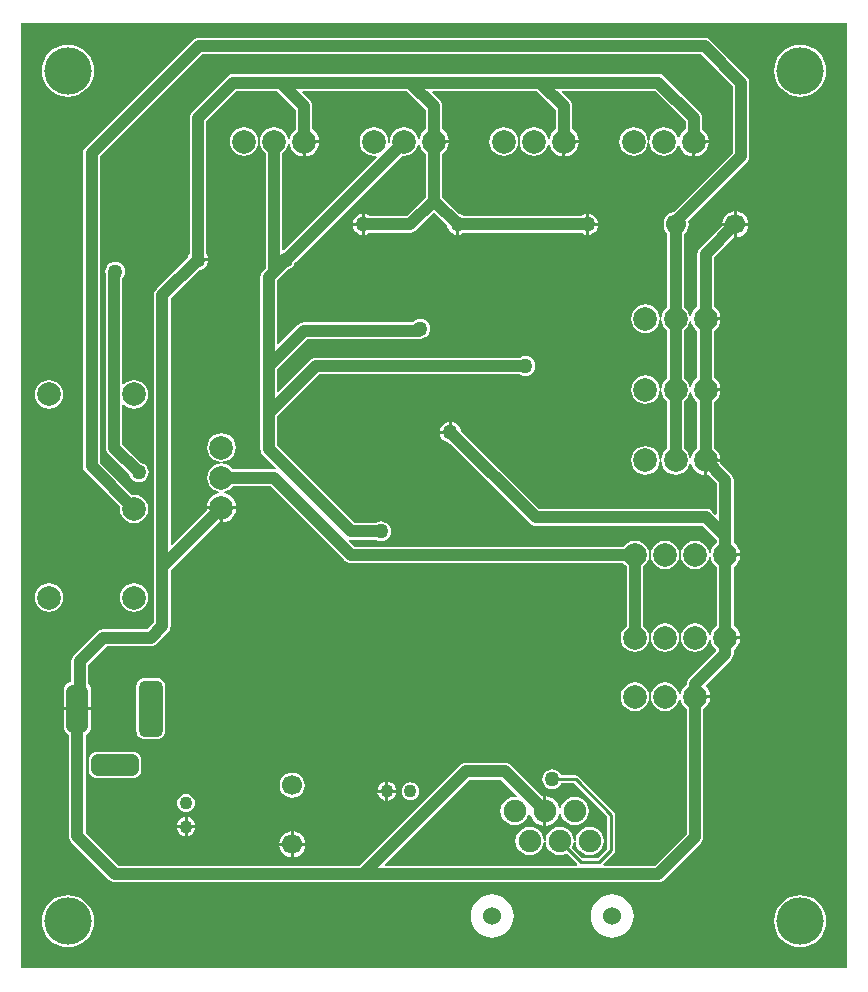
<source format=gbl>
%FSLAX44Y44*%
%MOMM*%
G71*
G01*
G75*
G04 Layer_Physical_Order=2*
G04 Layer_Color=16711680*
%ADD10R,0.6000X1.0000*%
%ADD11R,1.4500X1.8000*%
%ADD12R,2.1590X2.7430*%
%ADD13R,1.5200X1.6800*%
%ADD14R,1.4000X1.0000*%
%ADD15R,0.6000X2.0000*%
%ADD16O,0.6000X2.0000*%
%ADD17R,1.0000X0.6000*%
%ADD18R,1.5000X2.0000*%
%ADD19C,0.2580*%
%ADD20C,1.0000*%
%ADD21C,0.3000*%
%ADD22R,3.8000X2.0000*%
%ADD23C,1.9000*%
%ADD24C,1.5240*%
%ADD25C,2.0000*%
G04:AMPARAMS|DCode=26|XSize=4.8mm|YSize=2mm|CornerRadius=0.5mm|HoleSize=0mm|Usage=FLASHONLY|Rotation=270.000|XOffset=0mm|YOffset=0mm|HoleType=Round|Shape=RoundedRectangle|*
%AMROUNDEDRECTD26*
21,1,4.8000,1.0000,0,0,270.0*
21,1,3.8000,2.0000,0,0,270.0*
1,1,1.0000,-0.5000,-1.9000*
1,1,1.0000,-0.5000,1.9000*
1,1,1.0000,0.5000,1.9000*
1,1,1.0000,0.5000,-1.9000*
%
%ADD26ROUNDEDRECTD26*%
G04:AMPARAMS|DCode=27|XSize=4mm|YSize=1.8mm|CornerRadius=0.45mm|HoleSize=0mm|Usage=FLASHONLY|Rotation=270.000|XOffset=0mm|YOffset=0mm|HoleType=Round|Shape=RoundedRectangle|*
%AMROUNDEDRECTD27*
21,1,4.0000,0.9000,0,0,270.0*
21,1,3.1000,1.8000,0,0,270.0*
1,1,0.9000,-0.4500,-1.5500*
1,1,0.9000,-0.4500,1.5500*
1,1,0.9000,0.4500,1.5500*
1,1,0.9000,0.4500,-1.5500*
%
%ADD27ROUNDEDRECTD27*%
G04:AMPARAMS|DCode=28|XSize=4mm|YSize=1.8mm|CornerRadius=0.45mm|HoleSize=0mm|Usage=FLASHONLY|Rotation=0.000|XOffset=0mm|YOffset=0mm|HoleType=Round|Shape=RoundedRectangle|*
%AMROUNDEDRECTD28*
21,1,4.0000,0.9000,0,0,0.0*
21,1,3.1000,1.8000,0,0,0.0*
1,1,0.9000,1.5500,-0.4500*
1,1,0.9000,-1.5500,-0.4500*
1,1,0.9000,-1.5500,0.4500*
1,1,0.9000,1.5500,0.4500*
%
%ADD28ROUNDEDRECTD28*%
%ADD29C,4.0000*%
%ADD30C,1.7000*%
%ADD31C,1.1000*%
%ADD32C,1.2700*%
G36*
X710000Y10000D02*
X10000D01*
Y810000D01*
X710000D01*
Y10000D01*
D02*
G37*
%LPC*%
G36*
X240000Y175591D02*
X237259Y175230D01*
X234705Y174172D01*
X232511Y172489D01*
X230828Y170295D01*
X229770Y167741D01*
X229409Y165000D01*
X229770Y162259D01*
X230828Y159705D01*
X232511Y157511D01*
X234705Y155828D01*
X237259Y154770D01*
X240000Y154409D01*
X242741Y154770D01*
X245295Y155828D01*
X247489Y157511D01*
X249172Y159705D01*
X250230Y162259D01*
X250591Y165000D01*
X250230Y167741D01*
X249172Y170295D01*
X247489Y172489D01*
X245295Y174172D01*
X242741Y175230D01*
X240000Y175591D01*
D02*
G37*
G36*
X318730Y167942D02*
X317901Y167833D01*
X315945Y167023D01*
X314266Y165734D01*
X312977Y164055D01*
X312167Y162099D01*
X312058Y161270D01*
X318730D01*
Y167942D01*
D02*
G37*
G36*
X321270D02*
Y161270D01*
X327942D01*
X327833Y162099D01*
X327023Y164055D01*
X325734Y165734D01*
X324055Y167023D01*
X322099Y167833D01*
X321270Y167942D01*
D02*
G37*
G36*
X318730Y158730D02*
X312058D01*
X312167Y157901D01*
X312977Y155945D01*
X314266Y154266D01*
X315945Y152977D01*
X317901Y152167D01*
X318730Y152058D01*
Y158730D01*
D02*
G37*
G36*
X327942D02*
X321270D01*
Y152058D01*
X322099Y152167D01*
X324055Y152977D01*
X325734Y154266D01*
X327023Y155945D01*
X327833Y157901D01*
X327942Y158730D01*
D02*
G37*
G36*
X340000Y167565D02*
X338042Y167307D01*
X336218Y166551D01*
X334651Y165349D01*
X333449Y163782D01*
X332693Y161958D01*
X332435Y160000D01*
X332693Y158042D01*
X333449Y156218D01*
X334651Y154651D01*
X336218Y153449D01*
X338042Y152693D01*
X340000Y152435D01*
X341958Y152693D01*
X343782Y153449D01*
X345349Y154651D01*
X346551Y156218D01*
X347307Y158042D01*
X347565Y160000D01*
X347307Y161958D01*
X346551Y163782D01*
X345349Y165349D01*
X343782Y166551D01*
X341958Y167307D01*
X340000Y167565D01*
D02*
G37*
G36*
X105500Y193056D02*
X74500D01*
X72803Y192833D01*
X71222Y192178D01*
X69864Y191136D01*
X68822Y189778D01*
X68167Y188197D01*
X67944Y186500D01*
Y177500D01*
X68167Y175803D01*
X68822Y174222D01*
X69864Y172864D01*
X71222Y171822D01*
X72803Y171167D01*
X74500Y170944D01*
X105500D01*
X107197Y171167D01*
X108778Y171822D01*
X110136Y172864D01*
X111178Y174222D01*
X111833Y175803D01*
X112056Y177500D01*
Y186500D01*
X111833Y188197D01*
X111178Y189778D01*
X110136Y191136D01*
X108778Y192178D01*
X107197Y192833D01*
X105500Y193056D01*
D02*
G37*
G36*
X34000Y336104D02*
X30867Y335691D01*
X27948Y334482D01*
X25442Y332559D01*
X23518Y330052D01*
X22309Y327133D01*
X21897Y324000D01*
X22309Y320867D01*
X23518Y317948D01*
X25442Y315441D01*
X27948Y313518D01*
X30867Y312309D01*
X34000Y311896D01*
X37133Y312309D01*
X40052Y313518D01*
X42558Y315441D01*
X44482Y317948D01*
X45691Y320867D01*
X46104Y324000D01*
X45691Y327133D01*
X44482Y330052D01*
X42558Y332559D01*
X40052Y334482D01*
X37133Y335691D01*
X34000Y336104D01*
D02*
G37*
G36*
X106000D02*
X102867Y335691D01*
X99948Y334482D01*
X97442Y332559D01*
X95518Y330052D01*
X94309Y327133D01*
X93897Y324000D01*
X94309Y320867D01*
X95518Y317948D01*
X97442Y315441D01*
X99948Y313518D01*
X102867Y312309D01*
X106000Y311896D01*
X109133Y312309D01*
X112052Y313518D01*
X114558Y315441D01*
X116482Y317948D01*
X117691Y320867D01*
X118104Y324000D01*
X117691Y327133D01*
X116482Y330052D01*
X114558Y332559D01*
X112052Y334482D01*
X109133Y335691D01*
X106000Y336104D01*
D02*
G37*
G36*
X555500Y372104D02*
X552367Y371691D01*
X549448Y370482D01*
X546941Y368559D01*
X545018Y366052D01*
X543809Y363133D01*
X543396Y360000D01*
X543809Y356867D01*
X545018Y353948D01*
X546941Y351441D01*
X549448Y349518D01*
X552367Y348309D01*
X555500Y347896D01*
X558633Y348309D01*
X561552Y349518D01*
X564058Y351441D01*
X565982Y353948D01*
X567191Y356867D01*
X567604Y360000D01*
X567191Y363133D01*
X565982Y366052D01*
X564058Y368559D01*
X561552Y370482D01*
X558633Y371691D01*
X555500Y372104D01*
D02*
G37*
G36*
X125000Y256060D02*
X115000D01*
X113173Y255820D01*
X111470Y255114D01*
X110007Y253993D01*
X108885Y252530D01*
X108180Y250827D01*
X107940Y249000D01*
Y211000D01*
X108180Y209173D01*
X108885Y207470D01*
X110007Y206007D01*
X111470Y204886D01*
X113173Y204180D01*
X115000Y203940D01*
X125000D01*
X126827Y204180D01*
X128530Y204886D01*
X129993Y206007D01*
X131115Y207470D01*
X131820Y209173D01*
X132060Y211000D01*
Y249000D01*
X131820Y250827D01*
X131115Y252530D01*
X129993Y253993D01*
X128530Y255114D01*
X126827Y255820D01*
X125000Y256060D01*
D02*
G37*
G36*
X530000Y252104D02*
X526867Y251691D01*
X523948Y250482D01*
X521441Y248559D01*
X519518Y246052D01*
X518309Y243133D01*
X517896Y240000D01*
X518309Y236867D01*
X519518Y233948D01*
X521441Y231441D01*
X523948Y229518D01*
X526867Y228309D01*
X530000Y227896D01*
X533133Y228309D01*
X536052Y229518D01*
X538559Y231441D01*
X540482Y233948D01*
X541691Y236867D01*
X542104Y240000D01*
X541691Y243133D01*
X540482Y246052D01*
X538559Y248559D01*
X536052Y250482D01*
X533133Y251691D01*
X530000Y252104D01*
D02*
G37*
G36*
X555500Y302104D02*
X552367Y301691D01*
X549448Y300482D01*
X546941Y298559D01*
X545018Y296052D01*
X543809Y293133D01*
X543396Y290000D01*
X543809Y286867D01*
X545018Y283948D01*
X546941Y281441D01*
X549448Y279518D01*
X552367Y278309D01*
X555500Y277896D01*
X558633Y278309D01*
X561552Y279518D01*
X564058Y281441D01*
X565982Y283948D01*
X567191Y286867D01*
X567604Y290000D01*
X567191Y293133D01*
X565982Y296052D01*
X564058Y298559D01*
X561552Y300482D01*
X558633Y301691D01*
X555500Y302104D01*
D02*
G37*
G36*
X150000Y157565D02*
X148042Y157307D01*
X146218Y156551D01*
X144651Y155349D01*
X143449Y153782D01*
X142693Y151958D01*
X142435Y150000D01*
X142693Y148042D01*
X143449Y146218D01*
X144651Y144651D01*
X146218Y143449D01*
X148042Y142693D01*
X150000Y142435D01*
X151958Y142693D01*
X153782Y143449D01*
X155349Y144651D01*
X156551Y146218D01*
X157307Y148042D01*
X157565Y150000D01*
X157307Y151958D01*
X156551Y153782D01*
X155349Y155349D01*
X153782Y156551D01*
X151958Y157307D01*
X150000Y157565D01*
D02*
G37*
G36*
X510800Y72688D02*
X507222Y72336D01*
X503782Y71292D01*
X500612Y69598D01*
X497833Y67317D01*
X495552Y64538D01*
X493858Y61368D01*
X492814Y57928D01*
X492462Y54350D01*
X492814Y50772D01*
X493858Y47332D01*
X495552Y44162D01*
X497833Y41383D01*
X500612Y39102D01*
X503782Y37408D01*
X507222Y36364D01*
X510800Y36012D01*
X514378Y36364D01*
X517818Y37408D01*
X520988Y39102D01*
X523767Y41383D01*
X526048Y44162D01*
X527742Y47332D01*
X528786Y50772D01*
X529138Y54350D01*
X528786Y57928D01*
X527742Y61368D01*
X526048Y64538D01*
X523767Y67317D01*
X520988Y69598D01*
X517818Y71292D01*
X514378Y72336D01*
X510800Y72688D01*
D02*
G37*
G36*
X238730Y113730D02*
X229032D01*
X229244Y112118D01*
X230357Y109432D01*
X232126Y107126D01*
X234432Y105357D01*
X237118Y104244D01*
X238730Y104032D01*
Y113730D01*
D02*
G37*
G36*
X250968D02*
X241270D01*
Y104032D01*
X242882Y104244D01*
X245568Y105357D01*
X247874Y107126D01*
X249643Y109432D01*
X250756Y112118D01*
X250968Y113730D01*
D02*
G37*
G36*
X50000Y72106D02*
X45687Y71682D01*
X41540Y70424D01*
X37718Y68381D01*
X34368Y65632D01*
X31619Y62282D01*
X29576Y58460D01*
X28318Y54313D01*
X27894Y50000D01*
X28318Y45687D01*
X29576Y41540D01*
X31619Y37718D01*
X34368Y34368D01*
X37718Y31619D01*
X41540Y29576D01*
X45687Y28318D01*
X50000Y27894D01*
X54313Y28318D01*
X58460Y29576D01*
X62282Y31619D01*
X65632Y34368D01*
X68381Y37718D01*
X70424Y41540D01*
X71682Y45687D01*
X72106Y50000D01*
X71682Y54313D01*
X70424Y58460D01*
X68381Y62282D01*
X65632Y65632D01*
X62282Y68381D01*
X58460Y70424D01*
X54313Y71682D01*
X50000Y72106D01*
D02*
G37*
G36*
X670000D02*
X665687Y71682D01*
X661540Y70424D01*
X657718Y68381D01*
X654368Y65632D01*
X651619Y62282D01*
X649576Y58460D01*
X648318Y54313D01*
X647894Y50000D01*
X648318Y45687D01*
X649576Y41540D01*
X651619Y37718D01*
X654368Y34368D01*
X657718Y31619D01*
X661540Y29576D01*
X665687Y28318D01*
X670000Y27894D01*
X674313Y28318D01*
X678460Y29576D01*
X682282Y31619D01*
X685632Y34368D01*
X688381Y37718D01*
X690424Y41540D01*
X691682Y45687D01*
X692106Y50000D01*
X691682Y54313D01*
X690424Y58460D01*
X688381Y62282D01*
X685632Y65632D01*
X682282Y68381D01*
X678460Y70424D01*
X674313Y71682D01*
X670000Y72106D01*
D02*
G37*
G36*
X409200Y72688D02*
X405622Y72336D01*
X402182Y71292D01*
X399012Y69598D01*
X396233Y67317D01*
X393952Y64538D01*
X392258Y61368D01*
X391214Y57928D01*
X390862Y54350D01*
X391214Y50772D01*
X392258Y47332D01*
X393952Y44162D01*
X396233Y41383D01*
X399012Y39102D01*
X402182Y37408D01*
X405622Y36364D01*
X409200Y36012D01*
X412778Y36364D01*
X416218Y37408D01*
X419388Y39102D01*
X422167Y41383D01*
X424448Y44162D01*
X426142Y47332D01*
X427186Y50772D01*
X427538Y54350D01*
X427186Y57928D01*
X426142Y61368D01*
X424448Y64538D01*
X422167Y67317D01*
X419388Y69598D01*
X416218Y71292D01*
X412778Y72336D01*
X409200Y72688D01*
D02*
G37*
G36*
X238730Y125968D02*
X237118Y125756D01*
X234432Y124643D01*
X232126Y122874D01*
X230357Y120568D01*
X229244Y117882D01*
X229032Y116270D01*
X238730D01*
Y125968D01*
D02*
G37*
G36*
X454920Y155731D02*
Y143250D01*
Y130769D01*
X456924Y131033D01*
X459974Y132296D01*
X462594Y134306D01*
X464604Y136926D01*
X465867Y139976D01*
X465982Y140847D01*
X467263D01*
X467359Y140117D01*
X468568Y137198D01*
X470491Y134691D01*
X472998Y132768D01*
X475917Y131559D01*
X479050Y131146D01*
X482183Y131559D01*
X485102Y132768D01*
X487608Y134691D01*
X489532Y137198D01*
X490741Y140117D01*
X491154Y143250D01*
X490741Y146383D01*
X489532Y149302D01*
X487608Y151809D01*
X485102Y153732D01*
X482183Y154941D01*
X479050Y155354D01*
X475917Y154941D01*
X472998Y153732D01*
X470491Y151809D01*
X468568Y149302D01*
X467359Y146383D01*
X467263Y145653D01*
X465982D01*
X465867Y146524D01*
X464604Y149574D01*
X462594Y152194D01*
X459974Y154204D01*
X456924Y155467D01*
X454920Y155731D01*
D02*
G37*
G36*
X148730Y137942D02*
X147901Y137833D01*
X145945Y137023D01*
X144266Y135734D01*
X142977Y134055D01*
X142167Y132099D01*
X142058Y131270D01*
X148730D01*
Y137942D01*
D02*
G37*
G36*
X151270D02*
Y131270D01*
X157942D01*
X157833Y132099D01*
X157023Y134055D01*
X155734Y135734D01*
X154055Y137023D01*
X152099Y137833D01*
X151270Y137942D01*
D02*
G37*
G36*
X241270Y125968D02*
Y116270D01*
X250968D01*
X250756Y117882D01*
X249643Y120568D01*
X247874Y122874D01*
X245568Y124643D01*
X242882Y125756D01*
X241270Y125968D01*
D02*
G37*
G36*
X148730Y128730D02*
X142058D01*
X142167Y127901D01*
X142977Y125945D01*
X144266Y124266D01*
X145945Y122977D01*
X147901Y122167D01*
X148730Y122058D01*
Y128730D01*
D02*
G37*
G36*
X157942D02*
X151270D01*
Y122058D01*
X152099Y122167D01*
X154055Y122977D01*
X155734Y124266D01*
X157023Y125945D01*
X157833Y127901D01*
X157942Y128730D01*
D02*
G37*
G36*
X375170Y472700D02*
Y463900D01*
X373900D01*
Y462630D01*
X365101D01*
X365239Y461579D01*
X366135Y459417D01*
X367560Y457560D01*
X369417Y456135D01*
X371579Y455239D01*
X372727Y455088D01*
X441058Y386758D01*
X442520Y385636D01*
X444223Y384930D01*
X446050Y384690D01*
X587701D01*
X599440Y372951D01*
Y370389D01*
X597556Y368944D01*
X595546Y366324D01*
X594283Y363274D01*
X594118Y362023D01*
X592837D01*
X592691Y363133D01*
X591482Y366052D01*
X589558Y368559D01*
X587052Y370482D01*
X584133Y371691D01*
X581000Y372104D01*
X577867Y371691D01*
X574948Y370482D01*
X572441Y368559D01*
X570518Y366052D01*
X569309Y363133D01*
X568896Y360000D01*
X569309Y356867D01*
X570518Y353948D01*
X572441Y351441D01*
X574948Y349518D01*
X577867Y348309D01*
X581000Y347896D01*
X584133Y348309D01*
X587052Y349518D01*
X589558Y351441D01*
X591482Y353948D01*
X592691Y356867D01*
X592837Y357977D01*
X594118D01*
X594283Y356726D01*
X595546Y353676D01*
X597556Y351056D01*
X599440Y349611D01*
Y300389D01*
X597556Y298944D01*
X595546Y296324D01*
X594283Y293274D01*
X594118Y292023D01*
X592837D01*
X592691Y293133D01*
X591482Y296052D01*
X589558Y298559D01*
X587052Y300482D01*
X584133Y301691D01*
X581000Y302104D01*
X577867Y301691D01*
X574948Y300482D01*
X572441Y298559D01*
X570518Y296052D01*
X569309Y293133D01*
X568896Y290000D01*
X569309Y286867D01*
X570518Y283948D01*
X572441Y281441D01*
X574948Y279518D01*
X577867Y278309D01*
X581000Y277896D01*
X584133Y278309D01*
X587052Y279518D01*
X589558Y281441D01*
X591482Y283948D01*
X592691Y286867D01*
X592837Y287977D01*
X594118D01*
X594283Y286726D01*
X595546Y283676D01*
X597556Y281056D01*
X598529Y280310D01*
X598639Y278624D01*
X576008Y255993D01*
X574885Y254530D01*
X574180Y252827D01*
X573940Y251000D01*
Y250389D01*
X572056Y248944D01*
X570046Y246324D01*
X568783Y243274D01*
X568618Y242023D01*
X567337D01*
X567191Y243133D01*
X565982Y246052D01*
X564058Y248559D01*
X561552Y250482D01*
X558633Y251691D01*
X555500Y252104D01*
X552367Y251691D01*
X549448Y250482D01*
X546941Y248559D01*
X545018Y246052D01*
X543809Y243133D01*
X543396Y240000D01*
X543809Y236867D01*
X545018Y233948D01*
X546941Y231441D01*
X549448Y229518D01*
X552367Y228309D01*
X555500Y227896D01*
X558633Y228309D01*
X561552Y229518D01*
X564058Y231441D01*
X565982Y233948D01*
X567191Y236867D01*
X567337Y237977D01*
X568618D01*
X568783Y236726D01*
X570046Y233676D01*
X572056Y231056D01*
X573940Y229611D01*
Y123925D01*
X547076Y97060D01*
X503600D01*
X503074Y98330D01*
X512372Y107628D01*
X513099Y108716D01*
X513354Y110000D01*
Y140000D01*
X513099Y141284D01*
X512372Y142372D01*
X482372Y172372D01*
X481284Y173099D01*
X480000Y173354D01*
X467649D01*
X467294Y174211D01*
X465955Y175955D01*
X464211Y177294D01*
X462180Y178135D01*
X460000Y178422D01*
X457820Y178135D01*
X455789Y177294D01*
X454045Y175955D01*
X452706Y174211D01*
X451865Y172180D01*
X451578Y170000D01*
X451865Y167820D01*
X452706Y165789D01*
X454045Y164045D01*
X455789Y162706D01*
X457820Y161865D01*
X460000Y161578D01*
X462180Y161865D01*
X464211Y162706D01*
X465955Y164045D01*
X467294Y165789D01*
X467649Y166646D01*
X478610D01*
X506646Y138610D01*
Y111390D01*
X498610Y103355D01*
X485589D01*
X476924Y112020D01*
X478041Y114717D01*
X478335Y116946D01*
Y116946D01*
X478410Y117515D01*
X478417D01*
X478459D01*
X478532D01*
X479568D01*
X479641D01*
X479683D01*
X479690D01*
X479766Y116946D01*
D01*
X480059Y114717D01*
X481268Y111798D01*
X483191Y109291D01*
X485698Y107368D01*
X488617Y106159D01*
X491750Y105746D01*
X494883Y106159D01*
X497802Y107368D01*
X500308Y109291D01*
X502232Y111798D01*
X503441Y114717D01*
X503854Y117850D01*
X503441Y120983D01*
X502232Y123902D01*
X500308Y126409D01*
X497802Y128332D01*
X494883Y129541D01*
X491750Y129954D01*
X488617Y129541D01*
X485698Y128332D01*
X483191Y126409D01*
X481268Y123902D01*
X480059Y120983D01*
X479766Y118754D01*
Y118754D01*
X479690Y118184D01*
X479683D01*
X479641D01*
X479568D01*
X478532D01*
X478459D01*
X478417D01*
X478410D01*
X478335Y118754D01*
D01*
X478041Y120983D01*
X476832Y123902D01*
X474908Y126409D01*
X472402Y128332D01*
X469483Y129541D01*
X466350Y129954D01*
X463217Y129541D01*
X460298Y128332D01*
X457791Y126409D01*
X455868Y123902D01*
X454659Y120983D01*
X454366Y118754D01*
Y118754D01*
X454290Y118184D01*
X454283D01*
X454241D01*
X454168D01*
X453132D01*
X453059D01*
X453017D01*
X453010D01*
X452934Y118754D01*
D01*
X452641Y120983D01*
X451432Y123902D01*
X449509Y126409D01*
X447002Y128332D01*
X444083Y129541D01*
X440950Y129954D01*
X437817Y129541D01*
X434898Y128332D01*
X432392Y126409D01*
X430468Y123902D01*
X429259Y120983D01*
X428846Y117850D01*
X429259Y114717D01*
X430468Y111798D01*
X432392Y109291D01*
X434898Y107368D01*
X437817Y106159D01*
X440950Y105746D01*
X444083Y106159D01*
X447002Y107368D01*
X449509Y109291D01*
X451432Y111798D01*
X452641Y114717D01*
X452934Y116946D01*
Y116946D01*
X453010Y117515D01*
X453017D01*
X453059D01*
X453132D01*
X454168D01*
X454241D01*
X454283D01*
X454290D01*
X454366Y116946D01*
D01*
X454659Y114717D01*
X455868Y111798D01*
X457791Y109291D01*
X460298Y107368D01*
X463217Y106159D01*
X466350Y105746D01*
X469483Y106159D01*
X472180Y107276D01*
X481126Y98330D01*
X480600Y97060D01*
X318705D01*
X318219Y98234D01*
X389824Y169840D01*
X417076D01*
X430588Y156327D01*
X429995Y155124D01*
X428250Y155354D01*
X425117Y154941D01*
X422198Y153732D01*
X419692Y151809D01*
X417768Y149302D01*
X416559Y146383D01*
X416146Y143250D01*
X416559Y140117D01*
X417768Y137198D01*
X419692Y134691D01*
X422198Y132768D01*
X425117Y131559D01*
X428250Y131146D01*
X431383Y131559D01*
X434302Y132768D01*
X436809Y134691D01*
X438732Y137198D01*
X439941Y140117D01*
X440037Y140847D01*
X441318D01*
X441433Y139976D01*
X442696Y136926D01*
X444706Y134306D01*
X447326Y132296D01*
X450376Y131033D01*
X452380Y130769D01*
Y143250D01*
Y155731D01*
X451297Y155588D01*
X424992Y181892D01*
X423530Y183015D01*
X421827Y183720D01*
X420000Y183960D01*
X386900D01*
X385073Y183720D01*
X383370Y183015D01*
X381908Y181892D01*
X297076Y97060D01*
X92924D01*
X65060Y124924D01*
Y207941D01*
X66050Y208351D01*
X67521Y209479D01*
X68649Y210950D01*
X69359Y212662D01*
X69601Y214500D01*
Y228730D01*
X46399D01*
Y214500D01*
X46641Y212662D01*
X47351Y210950D01*
X48479Y209479D01*
X49950Y208351D01*
X50940Y207941D01*
Y122000D01*
X51180Y120173D01*
X51885Y118470D01*
X53007Y117008D01*
X85008Y85008D01*
X86470Y83885D01*
X88173Y83180D01*
X90000Y82940D01*
X550000D01*
X551827Y83180D01*
X553530Y83885D01*
X554992Y85008D01*
X585993Y116008D01*
X587114Y117470D01*
X587820Y119173D01*
X588060Y121000D01*
Y229611D01*
X589944Y231056D01*
X591954Y233676D01*
X593217Y236726D01*
X593481Y238730D01*
X581000D01*
Y241270D01*
X593481D01*
X593217Y243274D01*
X591954Y246324D01*
X589944Y248944D01*
X589881Y249896D01*
X611493Y271508D01*
X612615Y272970D01*
X613320Y274673D01*
X613560Y276500D01*
Y279611D01*
X615444Y281056D01*
X617454Y283676D01*
X618717Y286726D01*
X618981Y288730D01*
X606500D01*
Y291270D01*
X618981D01*
X618717Y293274D01*
X617454Y296324D01*
X615444Y298944D01*
X613560Y300389D01*
Y349611D01*
X615444Y351056D01*
X617454Y353676D01*
X618717Y356726D01*
X618981Y358730D01*
X606500D01*
Y361270D01*
X618981D01*
X618717Y363274D01*
X617454Y366324D01*
X615444Y368944D01*
X613560Y370389D01*
Y375875D01*
Y423500D01*
X613320Y425327D01*
X612615Y427030D01*
X611493Y428492D01*
X602338Y437646D01*
X602481Y438730D01*
X591270D01*
Y427519D01*
X592354Y427662D01*
X599440Y420575D01*
Y394580D01*
X598266Y394094D01*
X595617Y396743D01*
X594155Y397864D01*
X592452Y398570D01*
X590625Y398810D01*
X448974D01*
X382712Y465073D01*
X382561Y466221D01*
X381665Y468383D01*
X380240Y470240D01*
X378383Y471665D01*
X376221Y472561D01*
X375170Y472700D01*
D02*
G37*
G36*
X613730Y650968D02*
X612118Y650756D01*
X609432Y649643D01*
X607126Y647874D01*
X605357Y645568D01*
X604244Y642882D01*
X604032Y641270D01*
X613730D01*
Y650968D01*
D02*
G37*
G36*
X616270D02*
Y641270D01*
X625968D01*
X625756Y642882D01*
X624643Y645568D01*
X622874Y647874D01*
X620568Y649643D01*
X617882Y650756D01*
X616270Y650968D01*
D02*
G37*
G36*
X592481Y708730D02*
X581270D01*
Y697519D01*
X583274Y697783D01*
X586324Y699046D01*
X588944Y701056D01*
X590954Y703676D01*
X592217Y706726D01*
X592481Y708730D01*
D02*
G37*
G36*
X498800Y638730D02*
X491270D01*
Y631200D01*
X492321Y631339D01*
X494483Y632235D01*
X496340Y633660D01*
X497765Y635517D01*
X498661Y637679D01*
X498800Y638730D01*
D02*
G37*
G36*
X298730Y648800D02*
X297679Y648661D01*
X295517Y647765D01*
X293660Y646340D01*
X292235Y644483D01*
X291339Y642321D01*
X291201Y641270D01*
X298730D01*
Y648800D01*
D02*
G37*
G36*
X491270D02*
Y641270D01*
X498800D01*
X498661Y642321D01*
X497765Y644483D01*
X496340Y646340D01*
X494483Y647765D01*
X492321Y648661D01*
X491270Y648800D01*
D02*
G37*
G36*
X482481Y708730D02*
X471270D01*
Y697519D01*
X473274Y697783D01*
X476324Y699046D01*
X478944Y701056D01*
X480954Y703676D01*
X482217Y706726D01*
X482481Y708730D01*
D02*
G37*
G36*
X550000Y767060D02*
X190000D01*
X188173Y766820D01*
X186470Y766115D01*
X185008Y764993D01*
X155008Y734993D01*
X153885Y733530D01*
X153180Y731827D01*
X152940Y730000D01*
Y615402D01*
X152235Y614483D01*
X151339Y612321D01*
X151188Y611173D01*
X125007Y584992D01*
X123885Y583530D01*
X123180Y581827D01*
X122940Y580000D01*
Y302924D01*
X117076Y297060D01*
X80000D01*
X78173Y296820D01*
X76470Y296115D01*
X75008Y294993D01*
X55008Y274992D01*
X53885Y273530D01*
X53180Y271827D01*
X52940Y270000D01*
Y252527D01*
X51662Y252359D01*
X49950Y251649D01*
X48479Y250521D01*
X47351Y249050D01*
X46641Y247338D01*
X46399Y245500D01*
Y231270D01*
X69601D01*
Y245500D01*
X69359Y247338D01*
X68649Y249050D01*
X67521Y250521D01*
X67060Y250874D01*
Y267076D01*
X82924Y282940D01*
X120000D01*
X121827Y283180D01*
X123530Y283885D01*
X124992Y285008D01*
X134992Y295008D01*
X136115Y296470D01*
X136820Y298173D01*
X137060Y300000D01*
Y347076D01*
X177647Y387662D01*
X178730Y387519D01*
Y398730D01*
X167519D01*
X167662Y397646D01*
X138234Y368219D01*
X137060Y368705D01*
Y577076D01*
X161173Y601188D01*
X162321Y601339D01*
X164483Y602235D01*
X166340Y603660D01*
X167765Y605517D01*
X168661Y607679D01*
X168799Y608730D01*
X160000D01*
Y611270D01*
X168799D01*
X168661Y612321D01*
X167765Y614483D01*
X167060Y615402D01*
Y727076D01*
X192924Y752940D01*
X227076D01*
X242940Y737076D01*
Y720389D01*
X241056Y718944D01*
X239046Y716324D01*
X237783Y713274D01*
X237618Y712023D01*
X236337D01*
X236191Y713133D01*
X234982Y716052D01*
X233058Y718559D01*
X230552Y720482D01*
X227633Y721691D01*
X224500Y722104D01*
X221367Y721691D01*
X218448Y720482D01*
X215942Y718559D01*
X214018Y716052D01*
X212809Y713133D01*
X212397Y710000D01*
X212809Y706867D01*
X214018Y703948D01*
X215942Y701441D01*
X217440Y700292D01*
Y602924D01*
X215007Y600492D01*
X213885Y599030D01*
X213180Y597327D01*
X212940Y595500D01*
Y520000D01*
Y480000D01*
Y450000D01*
X213180Y448173D01*
X213885Y446470D01*
X215007Y445008D01*
X226427Y433588D01*
X225834Y432385D01*
X224500Y432560D01*
X189708D01*
X188559Y434058D01*
X186052Y435982D01*
X183133Y437191D01*
X180000Y437603D01*
X176867Y437191D01*
X173948Y435982D01*
X171441Y434058D01*
X169518Y431552D01*
X168309Y428633D01*
X167896Y425500D01*
X168309Y422367D01*
X169518Y419448D01*
X171441Y416941D01*
X173948Y415018D01*
X176867Y413809D01*
X177977Y413663D01*
Y412382D01*
X176726Y412217D01*
X173676Y410954D01*
X171056Y408944D01*
X169046Y406324D01*
X167783Y403274D01*
X167519Y401270D01*
X192481D01*
X192217Y403274D01*
X190954Y406324D01*
X188944Y408944D01*
X186324Y410954D01*
X183274Y412217D01*
X182023Y412382D01*
Y413663D01*
X183133Y413809D01*
X186052Y415018D01*
X188559Y416941D01*
X189708Y418440D01*
X221576D01*
X285008Y355008D01*
X286470Y353885D01*
X288173Y353180D01*
X290000Y352940D01*
X520292D01*
X521441Y351441D01*
X522940Y350292D01*
Y299708D01*
X521441Y298559D01*
X519518Y296052D01*
X518309Y293133D01*
X517896Y290000D01*
X518309Y286867D01*
X519518Y283948D01*
X521441Y281441D01*
X523948Y279518D01*
X526867Y278309D01*
X530000Y277896D01*
X533133Y278309D01*
X536052Y279518D01*
X538559Y281441D01*
X540482Y283948D01*
X541691Y286867D01*
X542104Y290000D01*
X541691Y293133D01*
X540482Y296052D01*
X538559Y298559D01*
X537060Y299708D01*
Y350292D01*
X538559Y351441D01*
X540482Y353948D01*
X541691Y356867D01*
X542104Y360000D01*
X541691Y363133D01*
X540482Y366052D01*
X538559Y368559D01*
X536052Y370482D01*
X533133Y371691D01*
X530000Y372104D01*
X526867Y371691D01*
X523948Y370482D01*
X521441Y368559D01*
X520292Y367060D01*
X292924D01*
X288072Y371912D01*
X288666Y373115D01*
X290000Y372940D01*
X310485D01*
X310789Y372706D01*
X312820Y371865D01*
X315000Y371578D01*
X317180Y371865D01*
X319211Y372706D01*
X320955Y374045D01*
X322294Y375789D01*
X323135Y377820D01*
X323422Y380000D01*
X323135Y382180D01*
X322294Y384211D01*
X320955Y385955D01*
X319211Y387294D01*
X317180Y388135D01*
X315000Y388422D01*
X312820Y388135D01*
X310789Y387294D01*
X310485Y387060D01*
X292924D01*
X227060Y452924D01*
Y477076D01*
X262924Y512940D01*
X432885D01*
X433189Y512706D01*
X435220Y511865D01*
X437400Y511578D01*
X439580Y511865D01*
X441611Y512706D01*
X443355Y514045D01*
X444694Y515789D01*
X445535Y517820D01*
X445822Y520000D01*
X445535Y522180D01*
X444694Y524211D01*
X443355Y525955D01*
X441611Y527294D01*
X439580Y528135D01*
X437400Y528422D01*
X435220Y528135D01*
X433189Y527294D01*
X432885Y527060D01*
X260000D01*
X258173Y526820D01*
X256470Y526115D01*
X255007Y524992D01*
X228234Y498219D01*
X227060Y498705D01*
Y517076D01*
X252924Y542940D01*
X347000D01*
X348275Y543107D01*
X348500Y543078D01*
X350680Y543365D01*
X352711Y544206D01*
X354455Y545545D01*
X355794Y547289D01*
X356635Y549320D01*
X356922Y551500D01*
X356635Y553680D01*
X355794Y555711D01*
X354455Y557455D01*
X352711Y558794D01*
X350680Y559635D01*
X348500Y559922D01*
X346320Y559635D01*
X344289Y558794D01*
X342545Y557455D01*
X342242Y557060D01*
X250000D01*
X248173Y556820D01*
X246470Y556115D01*
X245007Y554992D01*
X228234Y538219D01*
X227060Y538705D01*
Y592575D01*
X229492Y595008D01*
X236300Y601815D01*
X236680Y601865D01*
X238711Y602706D01*
X240455Y604045D01*
X241794Y605789D01*
X242635Y607820D01*
X242685Y608200D01*
X332628Y698143D01*
X334500Y697896D01*
X337633Y698309D01*
X340552Y699518D01*
X343059Y701441D01*
X344982Y703948D01*
X346191Y706867D01*
X346337Y707977D01*
X347618D01*
X347783Y706726D01*
X349046Y703676D01*
X351056Y701056D01*
X352940Y699611D01*
Y662924D01*
X337076Y647060D01*
X305402D01*
X304483Y647765D01*
X302321Y648661D01*
X301270Y648800D01*
Y640000D01*
Y631200D01*
X302321Y631339D01*
X304483Y632235D01*
X305402Y632940D01*
X340000D01*
X341827Y633180D01*
X343530Y633885D01*
X344992Y635008D01*
X360000Y650015D01*
X371188Y638827D01*
X371339Y637679D01*
X372235Y635517D01*
X373660Y633660D01*
X375517Y632235D01*
X377679Y631339D01*
X378730Y631200D01*
Y640000D01*
X381270D01*
Y631200D01*
X382321Y631339D01*
X384483Y632235D01*
X385402Y632940D01*
X484598D01*
X485517Y632235D01*
X487679Y631339D01*
X488730Y631200D01*
Y640000D01*
Y648800D01*
X487679Y648661D01*
X485517Y647765D01*
X484598Y647060D01*
X385402D01*
X384483Y647765D01*
X382321Y648661D01*
X381173Y648812D01*
X367060Y662924D01*
Y699611D01*
X368944Y701056D01*
X370954Y703676D01*
X372217Y706726D01*
X372481Y708730D01*
X360000D01*
Y711270D01*
X372481D01*
X372217Y713274D01*
X370954Y716324D01*
X368944Y718944D01*
X367060Y720389D01*
Y740000D01*
X366820Y741827D01*
X366115Y743530D01*
X364992Y744992D01*
X358219Y751766D01*
X358705Y752940D01*
X447076D01*
X462940Y737076D01*
Y720389D01*
X461056Y718944D01*
X459046Y716324D01*
X457783Y713274D01*
X457618Y712023D01*
X456337D01*
X456191Y713133D01*
X454982Y716052D01*
X453059Y718559D01*
X450552Y720482D01*
X447633Y721691D01*
X444500Y722104D01*
X441367Y721691D01*
X438448Y720482D01*
X435942Y718559D01*
X434018Y716052D01*
X432809Y713133D01*
X432396Y710000D01*
X432809Y706867D01*
X434018Y703948D01*
X435942Y701441D01*
X438448Y699518D01*
X441367Y698309D01*
X444500Y697896D01*
X447633Y698309D01*
X450552Y699518D01*
X453059Y701441D01*
X454982Y703948D01*
X456191Y706867D01*
X456337Y707977D01*
X457618D01*
X457783Y706726D01*
X459046Y703676D01*
X461056Y701056D01*
X463676Y699046D01*
X466726Y697783D01*
X468730Y697519D01*
Y710000D01*
X470000D01*
Y711270D01*
X482481D01*
X482217Y713274D01*
X480954Y716324D01*
X478944Y718944D01*
X477060Y720389D01*
Y740000D01*
X476820Y741827D01*
X476115Y743530D01*
X474992Y744992D01*
X468219Y751766D01*
X468705Y752940D01*
X547076D01*
X572940Y727076D01*
Y720389D01*
X571056Y718944D01*
X569046Y716324D01*
X567783Y713274D01*
X567618Y712023D01*
X566337D01*
X566191Y713133D01*
X564982Y716052D01*
X563059Y718559D01*
X560552Y720482D01*
X557633Y721691D01*
X554500Y722104D01*
X551367Y721691D01*
X548448Y720482D01*
X545942Y718559D01*
X544018Y716052D01*
X542809Y713133D01*
X542397Y710000D01*
X542809Y706867D01*
X544018Y703948D01*
X545942Y701441D01*
X548448Y699518D01*
X551367Y698309D01*
X554500Y697896D01*
X557633Y698309D01*
X560552Y699518D01*
X563059Y701441D01*
X564982Y703948D01*
X566191Y706867D01*
X566337Y707977D01*
X567618D01*
X567783Y706726D01*
X569046Y703676D01*
X571056Y701056D01*
X573676Y699046D01*
X576726Y697783D01*
X578730Y697519D01*
Y710000D01*
X580000D01*
Y711270D01*
X592481D01*
X592217Y713274D01*
X590954Y716324D01*
X588944Y718944D01*
X587060Y720389D01*
Y730000D01*
X586820Y731827D01*
X586115Y733530D01*
X584992Y734992D01*
X554992Y764993D01*
X553530Y766115D01*
X551827Y766820D01*
X550000Y767060D01*
D02*
G37*
G36*
X50000Y792106D02*
X45687Y791682D01*
X41540Y790424D01*
X37718Y788381D01*
X34368Y785632D01*
X31619Y782282D01*
X29576Y778460D01*
X28318Y774313D01*
X27894Y770000D01*
X28318Y765687D01*
X29576Y761540D01*
X31619Y757718D01*
X34368Y754368D01*
X37718Y751619D01*
X41540Y749576D01*
X45687Y748318D01*
X50000Y747894D01*
X54313Y748318D01*
X58460Y749576D01*
X62282Y751619D01*
X65632Y754368D01*
X68381Y757718D01*
X70424Y761540D01*
X71682Y765687D01*
X72106Y770000D01*
X71682Y774313D01*
X70424Y778460D01*
X68381Y782282D01*
X65632Y785632D01*
X62282Y788381D01*
X58460Y790424D01*
X54313Y791682D01*
X50000Y792106D01*
D02*
G37*
G36*
X670000D02*
X665687Y791682D01*
X661540Y790424D01*
X657718Y788381D01*
X654368Y785632D01*
X651619Y782282D01*
X649576Y778460D01*
X648318Y774313D01*
X647894Y770000D01*
X648318Y765687D01*
X649576Y761540D01*
X651619Y757718D01*
X654368Y754368D01*
X657718Y751619D01*
X661540Y749576D01*
X665687Y748318D01*
X670000Y747894D01*
X674313Y748318D01*
X678460Y749576D01*
X682282Y751619D01*
X685632Y754368D01*
X688381Y757718D01*
X690424Y761540D01*
X691682Y765687D01*
X692106Y770000D01*
X691682Y774313D01*
X690424Y778460D01*
X688381Y782282D01*
X685632Y785632D01*
X682282Y788381D01*
X678460Y790424D01*
X674313Y791682D01*
X670000Y792106D01*
D02*
G37*
G36*
X199000Y722104D02*
X195867Y721691D01*
X192948Y720482D01*
X190441Y718559D01*
X188518Y716052D01*
X187309Y713133D01*
X186896Y710000D01*
X187309Y706867D01*
X188518Y703948D01*
X190441Y701441D01*
X192948Y699518D01*
X195867Y698309D01*
X199000Y697896D01*
X202133Y698309D01*
X205052Y699518D01*
X207558Y701441D01*
X209482Y703948D01*
X210691Y706867D01*
X211104Y710000D01*
X210691Y713133D01*
X209482Y716052D01*
X207558Y718559D01*
X205052Y720482D01*
X202133Y721691D01*
X199000Y722104D01*
D02*
G37*
G36*
X419000D02*
X415867Y721691D01*
X412948Y720482D01*
X410442Y718559D01*
X408518Y716052D01*
X407309Y713133D01*
X406896Y710000D01*
X407309Y706867D01*
X408518Y703948D01*
X410442Y701441D01*
X412948Y699518D01*
X415867Y698309D01*
X419000Y697896D01*
X422133Y698309D01*
X425052Y699518D01*
X427559Y701441D01*
X429482Y703948D01*
X430691Y706867D01*
X431104Y710000D01*
X430691Y713133D01*
X429482Y716052D01*
X427559Y718559D01*
X425052Y720482D01*
X422133Y721691D01*
X419000Y722104D01*
D02*
G37*
G36*
X529000D02*
X525867Y721691D01*
X522948Y720482D01*
X520442Y718559D01*
X518518Y716052D01*
X517309Y713133D01*
X516897Y710000D01*
X517309Y706867D01*
X518518Y703948D01*
X520442Y701441D01*
X522948Y699518D01*
X525867Y698309D01*
X529000Y697896D01*
X532133Y698309D01*
X535052Y699518D01*
X537559Y701441D01*
X539482Y703948D01*
X540691Y706867D01*
X541104Y710000D01*
X540691Y713133D01*
X539482Y716052D01*
X537559Y718559D01*
X535052Y720482D01*
X532133Y721691D01*
X529000Y722104D01*
D02*
G37*
G36*
X180000Y463103D02*
X176867Y462691D01*
X173948Y461482D01*
X171441Y459558D01*
X169518Y457052D01*
X168309Y454133D01*
X167896Y451000D01*
X168309Y447867D01*
X169518Y444948D01*
X171441Y442441D01*
X173948Y440518D01*
X176867Y439309D01*
X180000Y438896D01*
X183133Y439309D01*
X186052Y440518D01*
X188559Y442441D01*
X190482Y444948D01*
X191691Y447867D01*
X192104Y451000D01*
X191691Y454133D01*
X190482Y457052D01*
X188559Y459558D01*
X186052Y461482D01*
X183133Y462691D01*
X180000Y463103D01*
D02*
G37*
G36*
X372630Y472700D02*
X371579Y472561D01*
X369417Y471665D01*
X367560Y470240D01*
X366135Y468383D01*
X365239Y466221D01*
X365101Y465170D01*
X372630D01*
Y472700D01*
D02*
G37*
G36*
X34000Y508104D02*
X30867Y507691D01*
X27948Y506482D01*
X25442Y504558D01*
X23518Y502052D01*
X22309Y499133D01*
X21897Y496000D01*
X22309Y492867D01*
X23518Y489948D01*
X25442Y487441D01*
X27948Y485518D01*
X30867Y484309D01*
X34000Y483896D01*
X37133Y484309D01*
X40052Y485518D01*
X42558Y487441D01*
X44482Y489948D01*
X45691Y492867D01*
X46104Y496000D01*
X45691Y499133D01*
X44482Y502052D01*
X42558Y504558D01*
X40052Y506482D01*
X37133Y507691D01*
X34000Y508104D01*
D02*
G37*
G36*
X192481Y398730D02*
X181270D01*
Y387519D01*
X183274Y387783D01*
X186324Y389046D01*
X188944Y391056D01*
X190954Y393676D01*
X192217Y396726D01*
X192481Y398730D01*
D02*
G37*
G36*
X589000Y798060D02*
X161000D01*
X159173Y797820D01*
X157470Y797114D01*
X156007Y795992D01*
X65008Y704993D01*
X63885Y703530D01*
X63180Y701827D01*
X62940Y700000D01*
Y435000D01*
X63180Y433173D01*
X63885Y431470D01*
X65008Y430008D01*
X94143Y400872D01*
X93897Y399000D01*
X94309Y395867D01*
X95518Y392948D01*
X97442Y390442D01*
X99948Y388518D01*
X102867Y387309D01*
X106000Y386896D01*
X109133Y387309D01*
X112052Y388518D01*
X114558Y390442D01*
X116482Y392948D01*
X117691Y395867D01*
X118104Y399000D01*
X117691Y402133D01*
X116482Y405052D01*
X114558Y407559D01*
X112052Y409482D01*
X109133Y410691D01*
X106000Y411104D01*
X104128Y410857D01*
X77060Y437924D01*
Y697076D01*
X163925Y783940D01*
X586076D01*
X612940Y757076D01*
Y700409D01*
X562836Y650306D01*
X562259Y650230D01*
X559705Y649172D01*
X557511Y647489D01*
X555828Y645295D01*
X554770Y642741D01*
X554409Y640000D01*
X554770Y637259D01*
X555828Y634705D01*
X557440Y632605D01*
Y569708D01*
X555942Y568559D01*
X554018Y566052D01*
X552809Y563133D01*
X552396Y560000D01*
X552809Y556867D01*
X554018Y553948D01*
X555942Y551441D01*
X557440Y550292D01*
Y509708D01*
X555942Y508559D01*
X554018Y506052D01*
X552809Y503133D01*
X552396Y500000D01*
X552809Y496867D01*
X554018Y493948D01*
X555942Y491441D01*
X557440Y490292D01*
Y449708D01*
X555942Y448559D01*
X554018Y446052D01*
X552809Y443133D01*
X552396Y440000D01*
X552809Y436867D01*
X554018Y433948D01*
X555942Y431441D01*
X558448Y429518D01*
X561367Y428309D01*
X564500Y427896D01*
X567633Y428309D01*
X570552Y429518D01*
X573059Y431441D01*
X574982Y433948D01*
X576191Y436867D01*
X576337Y437977D01*
X577618D01*
X577783Y436726D01*
X579046Y433676D01*
X581056Y431056D01*
X583676Y429046D01*
X586726Y427783D01*
X588730Y427519D01*
Y440000D01*
X590000D01*
Y441270D01*
X602481D01*
X602217Y443274D01*
X600954Y446324D01*
X598944Y448944D01*
X597060Y450389D01*
Y489611D01*
X598944Y491056D01*
X600954Y493676D01*
X602217Y496726D01*
X602481Y498730D01*
X590000D01*
Y501270D01*
X602481D01*
X602217Y503274D01*
X600954Y506324D01*
X598944Y508944D01*
X597060Y510389D01*
Y549611D01*
X598944Y551056D01*
X600954Y553676D01*
X602217Y556726D01*
X602481Y558730D01*
X590000D01*
Y561270D01*
X602481D01*
X602217Y563274D01*
X600954Y566324D01*
X598944Y568944D01*
X597060Y570389D01*
Y612076D01*
X613730Y628745D01*
Y638730D01*
X603745D01*
X585008Y619992D01*
X583885Y618530D01*
X583180Y616827D01*
X582940Y615000D01*
Y570389D01*
X581056Y568944D01*
X579046Y566324D01*
X577783Y563274D01*
X577618Y562023D01*
X576337D01*
X576191Y563133D01*
X574982Y566052D01*
X573059Y568559D01*
X571560Y569708D01*
Y631799D01*
X572489Y632511D01*
X574172Y634705D01*
X575230Y637259D01*
X575591Y640000D01*
X575231Y642731D01*
X624992Y692492D01*
X626115Y693955D01*
X626820Y695658D01*
X627060Y697485D01*
Y760000D01*
X626820Y761827D01*
X626115Y763530D01*
X624992Y764993D01*
X593993Y795992D01*
X592530Y797114D01*
X590827Y797820D01*
X589000Y798060D01*
D02*
G37*
G36*
X539000Y452104D02*
X535867Y451691D01*
X532948Y450482D01*
X530442Y448559D01*
X528518Y446052D01*
X527309Y443133D01*
X526896Y440000D01*
X527309Y436867D01*
X528518Y433948D01*
X530442Y431441D01*
X532948Y429518D01*
X535867Y428309D01*
X539000Y427896D01*
X542133Y428309D01*
X545052Y429518D01*
X547559Y431441D01*
X549482Y433948D01*
X550691Y436867D01*
X551104Y440000D01*
X550691Y443133D01*
X549482Y446052D01*
X547559Y448559D01*
X545052Y450482D01*
X542133Y451691D01*
X539000Y452104D01*
D02*
G37*
G36*
X625968Y638730D02*
X616270D01*
Y629032D01*
X617882Y629244D01*
X620568Y630357D01*
X622874Y632126D01*
X624643Y634432D01*
X625756Y637118D01*
X625968Y638730D01*
D02*
G37*
G36*
X539000Y572104D02*
X535867Y571691D01*
X532948Y570482D01*
X530442Y568559D01*
X528518Y566052D01*
X527309Y563133D01*
X526896Y560000D01*
X527309Y556867D01*
X528518Y553948D01*
X530442Y551441D01*
X532948Y549518D01*
X535867Y548309D01*
X539000Y547896D01*
X542133Y548309D01*
X545052Y549518D01*
X547559Y551441D01*
X549482Y553948D01*
X550691Y556867D01*
X551104Y560000D01*
X550691Y563133D01*
X549482Y566052D01*
X547559Y568559D01*
X545052Y570482D01*
X542133Y571691D01*
X539000Y572104D01*
D02*
G37*
G36*
Y512104D02*
X535867Y511691D01*
X532948Y510482D01*
X530442Y508559D01*
X528518Y506052D01*
X527309Y503133D01*
X526896Y500000D01*
X527309Y496867D01*
X528518Y493948D01*
X530442Y491441D01*
X532948Y489518D01*
X535867Y488309D01*
X539000Y487896D01*
X542133Y488309D01*
X545052Y489518D01*
X547559Y491441D01*
X549482Y493948D01*
X550691Y496867D01*
X551104Y500000D01*
X550691Y503133D01*
X549482Y506052D01*
X547559Y508559D01*
X545052Y510482D01*
X542133Y511691D01*
X539000Y512104D01*
D02*
G37*
G36*
X298730Y638730D02*
X291201D01*
X291339Y637679D01*
X292235Y635517D01*
X293660Y633660D01*
X295517Y632235D01*
X297679Y631339D01*
X298730Y631200D01*
Y638730D01*
D02*
G37*
G36*
X90000Y608422D02*
X87820Y608135D01*
X85789Y607294D01*
X84045Y605955D01*
X82706Y604211D01*
X81865Y602180D01*
X81578Y600000D01*
X81865Y597820D01*
X81940Y597640D01*
Y451000D01*
X82180Y449173D01*
X82886Y447470D01*
X84008Y446007D01*
X101815Y428200D01*
X101865Y427820D01*
X102706Y425789D01*
X104045Y424045D01*
X105789Y422706D01*
X107820Y421865D01*
X110000Y421578D01*
X112180Y421865D01*
X114211Y422706D01*
X115955Y424045D01*
X117294Y425789D01*
X118135Y427820D01*
X118422Y430000D01*
X118135Y432180D01*
X117294Y434211D01*
X115955Y435955D01*
X114211Y437294D01*
X112180Y438135D01*
X111800Y438185D01*
X96060Y453924D01*
Y487266D01*
X97263Y487674D01*
X97442Y487441D01*
X99948Y485518D01*
X102867Y484309D01*
X106000Y483896D01*
X109133Y484309D01*
X112052Y485518D01*
X114558Y487441D01*
X116482Y489948D01*
X117691Y492867D01*
X118104Y496000D01*
X117691Y499133D01*
X116482Y502052D01*
X114558Y504558D01*
X112052Y506482D01*
X109133Y507691D01*
X106000Y508104D01*
X102867Y507691D01*
X99948Y506482D01*
X97442Y504558D01*
X97263Y504326D01*
X96060Y504734D01*
Y594182D01*
X97294Y595789D01*
X98135Y597820D01*
X98422Y600000D01*
X98135Y602180D01*
X97294Y604211D01*
X95955Y605955D01*
X94211Y607294D01*
X92180Y608135D01*
X90000Y608422D01*
D02*
G37*
%LPD*%
G36*
X352940Y737076D02*
Y720389D01*
X351056Y718944D01*
X349046Y716324D01*
X347783Y713274D01*
X347618Y712023D01*
X346337D01*
X346191Y713133D01*
X344982Y716052D01*
X343059Y718559D01*
X340552Y720482D01*
X337633Y721691D01*
X334500Y722104D01*
X331367Y721691D01*
X328448Y720482D01*
X325942Y718559D01*
X324018Y716052D01*
X322809Y713133D01*
X322396Y710000D01*
X322566Y708714D01*
X322175Y708411D01*
X320984Y709095D01*
X321104Y710000D01*
X320691Y713133D01*
X319482Y716052D01*
X317558Y718559D01*
X315052Y720482D01*
X312133Y721691D01*
X309000Y722104D01*
X305867Y721691D01*
X302948Y720482D01*
X300441Y718559D01*
X298518Y716052D01*
X297309Y713133D01*
X296896Y710000D01*
X297309Y706867D01*
X298518Y703948D01*
X300441Y701441D01*
X302948Y699518D01*
X305867Y698309D01*
X309000Y697896D01*
X310860Y698141D01*
X311454Y696938D01*
X232830Y618315D01*
X232458Y618369D01*
X231560Y619051D01*
Y700292D01*
X233058Y701441D01*
X234982Y703948D01*
X236191Y706867D01*
X236337Y707977D01*
X237618D01*
X237783Y706726D01*
X239046Y703676D01*
X241056Y701056D01*
X243676Y699046D01*
X246726Y697783D01*
X248730Y697519D01*
Y710000D01*
X250000D01*
Y711270D01*
X262481D01*
X262217Y713274D01*
X260954Y716324D01*
X258944Y718944D01*
X257060Y720389D01*
Y740000D01*
X256820Y741827D01*
X256115Y743530D01*
X254993Y744992D01*
X248219Y751766D01*
X248705Y752940D01*
X337076D01*
X352940Y737076D01*
D02*
G37*
G36*
X577783Y496726D02*
X579046Y493676D01*
X581056Y491056D01*
X582940Y489611D01*
Y450389D01*
X581056Y448944D01*
X579046Y446324D01*
X577783Y443274D01*
X577618Y442023D01*
X576337D01*
X576191Y443133D01*
X574982Y446052D01*
X573059Y448559D01*
X571560Y449708D01*
Y490292D01*
X573059Y491441D01*
X574982Y493948D01*
X576191Y496867D01*
X576337Y497977D01*
X577618D01*
X577783Y496726D01*
D02*
G37*
G36*
Y556726D02*
X579046Y553676D01*
X581056Y551056D01*
X582940Y549611D01*
Y510389D01*
X581056Y508944D01*
X579046Y506324D01*
X577783Y503274D01*
X577618Y502023D01*
X576337D01*
X576191Y503133D01*
X574982Y506052D01*
X573059Y508559D01*
X571560Y509708D01*
Y550292D01*
X573059Y551441D01*
X574982Y553948D01*
X576191Y556867D01*
X576337Y557977D01*
X577618D01*
X577783Y556726D01*
D02*
G37*
%LPC*%
G36*
X262481Y708730D02*
X251270D01*
Y697519D01*
X253274Y697783D01*
X256324Y699046D01*
X258944Y701056D01*
X260954Y703676D01*
X262217Y706726D01*
X262481Y708730D01*
D02*
G37*
%LPD*%
D19*
X460000Y170000D02*
X480000D01*
X510000Y140000D01*
Y110000D02*
Y140000D01*
X500000Y100000D02*
X510000Y110000D01*
X484200Y100000D02*
X500000D01*
X466350Y117850D02*
X484200Y100000D01*
D20*
X581000Y121000D02*
Y240000D01*
X550000Y90000D02*
X581000Y121000D01*
X589000Y791000D02*
X620000Y760000D01*
X161000Y791000D02*
X589000D01*
X70000Y700000D02*
X161000Y791000D01*
X130000Y300000D02*
Y580000D01*
X120000Y290000D02*
X130000Y300000D01*
Y580000D02*
X160000Y610000D01*
X220000Y520000D02*
Y595500D01*
Y480000D02*
Y520000D01*
Y450000D02*
Y480000D01*
X250000Y550000D02*
X347000D01*
X220000Y520000D02*
X250000Y550000D01*
X220000Y595500D02*
X224500Y600000D01*
X260000Y520000D02*
X437400D01*
X220000Y480000D02*
X260000Y520000D01*
X564500Y440000D02*
Y500000D01*
X234500Y610000D02*
X334500Y710000D01*
X224500Y600000D02*
X234500Y610000D01*
X340000Y640000D02*
X360000Y660000D01*
X300000Y640000D02*
X340000D01*
X380000D02*
X490000D01*
X360000Y660000D02*
X380000Y640000D01*
X360000Y660000D02*
Y710000D01*
X224500Y600000D02*
Y710000D01*
X220000Y450000D02*
X290000Y380000D01*
X315000D01*
X606500Y375875D02*
Y423500D01*
Y360000D02*
Y375875D01*
X590625Y391750D02*
X606500Y375875D01*
X446050Y391750D02*
X590625D01*
X230000Y760000D02*
X340000D01*
X190000D02*
X230000D01*
X250000Y710000D02*
Y740000D01*
X230000Y760000D02*
X250000Y740000D01*
X340000Y760000D02*
X450000D01*
X360000Y710000D02*
Y740000D01*
X340000Y760000D02*
X360000Y740000D01*
X340000Y760000D02*
Y760000D01*
X450000D02*
X550000D01*
X470000Y710000D02*
Y740000D01*
X450000Y760000D02*
X470000Y740000D01*
X580000Y710000D02*
Y730000D01*
X550000Y760000D02*
X580000Y730000D01*
X160000Y730000D02*
X190000Y760000D01*
X160000Y610000D02*
Y730000D01*
X373900Y463900D02*
X446050Y391750D01*
X89000Y451000D02*
X110000Y430000D01*
X89000Y451000D02*
Y599000D01*
X90000Y600000D01*
X300000Y90000D02*
X550000D01*
X90000D02*
X300000D01*
Y90000D01*
X386900Y176900D01*
X420000D01*
X453650Y143250D01*
X58000Y122000D02*
X90000Y90000D01*
X58000Y122000D02*
Y230000D01*
X70000Y435000D02*
X106000Y399000D01*
X70000Y435000D02*
Y700000D01*
X130000Y350000D02*
X180000Y400000D01*
X80000Y290000D02*
X120000D01*
X60000Y270000D02*
X80000Y290000D01*
X60000Y232000D02*
Y270000D01*
X58000Y230000D02*
X60000Y232000D01*
X180000Y425500D02*
X224500D01*
X290000Y360000D01*
X530000D01*
X564500Y500000D02*
Y560000D01*
X530000Y290000D02*
Y360000D01*
X606500Y276500D02*
Y290000D01*
X590000Y500000D02*
Y560000D01*
Y440000D02*
Y500000D01*
Y440000D02*
X606500Y423500D01*
Y290000D02*
Y360000D01*
X581000Y251000D02*
X606500Y276500D01*
X581000Y240000D02*
Y251000D01*
X620000Y697485D02*
Y760000D01*
X590000Y560000D02*
Y615000D01*
X615000Y640000D01*
X562500Y562000D02*
X564500Y564000D01*
Y639500D01*
X565000Y640000D01*
Y642485D01*
X620000Y697485D01*
D23*
X479050Y143250D02*
D03*
X453650D02*
D03*
X466350Y117850D02*
D03*
X491750D02*
D03*
X440950D02*
D03*
X428250Y143250D02*
D03*
D24*
X409200Y54350D02*
D03*
X510800D02*
D03*
D25*
X180000Y451000D02*
D03*
Y425500D02*
D03*
Y400000D02*
D03*
X199000Y710000D02*
D03*
X224500D02*
D03*
X250000D02*
D03*
X309000D02*
D03*
X334500D02*
D03*
X360000D02*
D03*
X470000D02*
D03*
X444500D02*
D03*
X419000D02*
D03*
X580000D02*
D03*
X554500D02*
D03*
X529000D02*
D03*
X106000Y324000D02*
D03*
Y496000D02*
D03*
X34000D02*
D03*
Y324000D02*
D03*
X106000Y399000D02*
D03*
X590000Y560000D02*
D03*
X564500D02*
D03*
X539000D02*
D03*
X590000Y500000D02*
D03*
X564500D02*
D03*
X539000D02*
D03*
X590000Y440000D02*
D03*
X564500D02*
D03*
X539000D02*
D03*
X581000Y360000D02*
D03*
X606500Y360000D02*
D03*
X555500Y360000D02*
D03*
X530000D02*
D03*
X581000Y290000D02*
D03*
X606500Y290000D02*
D03*
X555500Y290000D02*
D03*
X530000D02*
D03*
X555500Y240000D02*
D03*
X530000D02*
D03*
X581000D02*
D03*
D26*
X120000Y230000D02*
D03*
D27*
X58000D02*
D03*
D28*
X90000Y182000D02*
D03*
D29*
X670000Y770000D02*
D03*
Y50000D02*
D03*
X50000D02*
D03*
Y770000D02*
D03*
D30*
X565000Y640000D02*
D03*
X615000D02*
D03*
X240000Y115000D02*
D03*
Y165000D02*
D03*
D31*
X150000Y130000D02*
D03*
Y150000D02*
D03*
X340000Y160000D02*
D03*
X320000D02*
D03*
D32*
X348500Y551500D02*
D03*
X437400Y520000D02*
D03*
X234500Y610000D02*
D03*
X315000Y380000D02*
D03*
X373900Y463900D02*
D03*
X110000Y430000D02*
D03*
X90000Y600000D02*
D03*
X460000Y170000D02*
D03*
X300000Y640000D02*
D03*
X490000D02*
D03*
X380000D02*
D03*
X160000Y610000D02*
D03*
M02*

</source>
